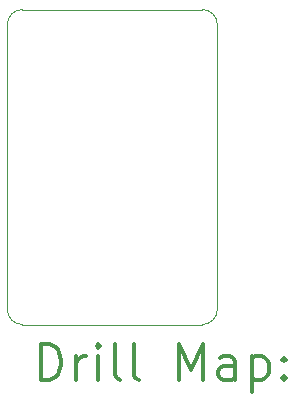
<source format=gbr>
%FSLAX45Y45*%
G04 Gerber Fmt 4.5, Leading zero omitted, Abs format (unit mm)*
G04 Created by KiCad (PCBNEW (5.1.10)-1) date 2021-11-12 00:24:01*
%MOMM*%
%LPD*%
G01*
G04 APERTURE LIST*
%TA.AperFunction,Profile*%
%ADD10C,0.050000*%
%TD*%
%ADD11C,0.200000*%
%ADD12C,0.300000*%
G04 APERTURE END LIST*
D10*
X10287000Y-7239000D02*
G75*
G02*
X10414000Y-7112000I127000J0D01*
G01*
X11938000Y-7112000D02*
G75*
G02*
X12065000Y-7239000I0J-127000D01*
G01*
X12065000Y-9652000D02*
G75*
G02*
X11938000Y-9779000I-127000J0D01*
G01*
X10414000Y-9779000D02*
G75*
G02*
X10287000Y-9652000I0J127000D01*
G01*
X10287000Y-7239000D02*
X10287000Y-9652000D01*
X11938000Y-7112000D02*
X10414000Y-7112000D01*
X12065000Y-9652000D02*
X12065000Y-7239000D01*
X10414000Y-9779000D02*
X11938000Y-9779000D01*
D11*
D12*
X10570928Y-10247214D02*
X10570928Y-9947214D01*
X10642357Y-9947214D01*
X10685214Y-9961500D01*
X10713786Y-9990072D01*
X10728071Y-10018643D01*
X10742357Y-10075786D01*
X10742357Y-10118643D01*
X10728071Y-10175786D01*
X10713786Y-10204357D01*
X10685214Y-10232929D01*
X10642357Y-10247214D01*
X10570928Y-10247214D01*
X10870928Y-10247214D02*
X10870928Y-10047214D01*
X10870928Y-10104357D02*
X10885214Y-10075786D01*
X10899500Y-10061500D01*
X10928071Y-10047214D01*
X10956643Y-10047214D01*
X11056643Y-10247214D02*
X11056643Y-10047214D01*
X11056643Y-9947214D02*
X11042357Y-9961500D01*
X11056643Y-9975786D01*
X11070928Y-9961500D01*
X11056643Y-9947214D01*
X11056643Y-9975786D01*
X11242357Y-10247214D02*
X11213786Y-10232929D01*
X11199500Y-10204357D01*
X11199500Y-9947214D01*
X11399500Y-10247214D02*
X11370928Y-10232929D01*
X11356643Y-10204357D01*
X11356643Y-9947214D01*
X11742357Y-10247214D02*
X11742357Y-9947214D01*
X11842357Y-10161500D01*
X11942357Y-9947214D01*
X11942357Y-10247214D01*
X12213786Y-10247214D02*
X12213786Y-10090072D01*
X12199500Y-10061500D01*
X12170928Y-10047214D01*
X12113786Y-10047214D01*
X12085214Y-10061500D01*
X12213786Y-10232929D02*
X12185214Y-10247214D01*
X12113786Y-10247214D01*
X12085214Y-10232929D01*
X12070928Y-10204357D01*
X12070928Y-10175786D01*
X12085214Y-10147214D01*
X12113786Y-10132929D01*
X12185214Y-10132929D01*
X12213786Y-10118643D01*
X12356643Y-10047214D02*
X12356643Y-10347214D01*
X12356643Y-10061500D02*
X12385214Y-10047214D01*
X12442357Y-10047214D01*
X12470928Y-10061500D01*
X12485214Y-10075786D01*
X12499500Y-10104357D01*
X12499500Y-10190072D01*
X12485214Y-10218643D01*
X12470928Y-10232929D01*
X12442357Y-10247214D01*
X12385214Y-10247214D01*
X12356643Y-10232929D01*
X12628071Y-10218643D02*
X12642357Y-10232929D01*
X12628071Y-10247214D01*
X12613786Y-10232929D01*
X12628071Y-10218643D01*
X12628071Y-10247214D01*
X12628071Y-10061500D02*
X12642357Y-10075786D01*
X12628071Y-10090072D01*
X12613786Y-10075786D01*
X12628071Y-10061500D01*
X12628071Y-10090072D01*
M02*

</source>
